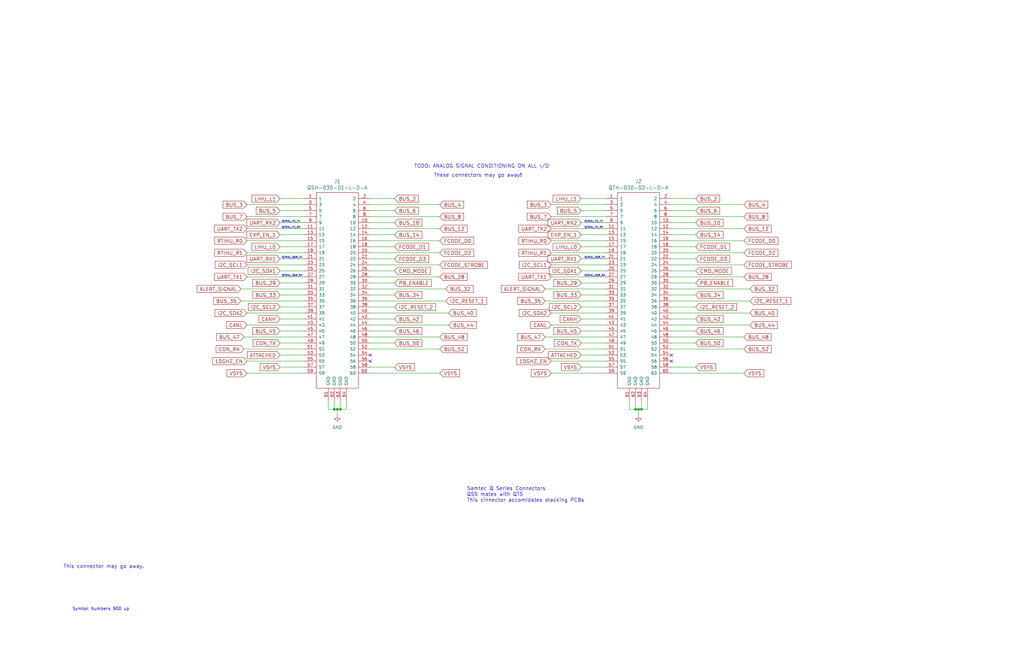
<source format=kicad_sch>
(kicad_sch (version 20230121) (generator eeschema)
  (paper "USLedger")
  (title_block (title "Radiation Tolerant Internal Housekeeping Unit (IHU)") (date "2023-02-16") (rev "A") (company "AMSAT-NA") (comment 1 "N5BRG"))
  (lib_symbols
    (symbol "PACSAT_DEV_misc:QSH-030-01-L-D-A" (pin_names (offset 1.016))
      (property "Reference" "J991" (at 0 44.1198 0))
      (property "Value" "QSH-030-01-L-D-A" (at 0 41.4274 0))
      (symbol "QSH-030-01-L-D-A_0_1"
        (rectangle (start -8.89 39.37) (end 8.89 -43.18))
      )
      (symbol "QSH-030-01-L-D-A_1_1"
        (pin passive line (at -13.97 36.83 0) (length 5.08) (name "1") (number "1"))
        (pin passive line (at 13.97 26.67 180) (length 5.08) (name "10") (number "10"))
        (pin passive line (at -13.97 24.13 0) (length 5.08) (name "11") (number "11"))
        (pin passive line (at 13.97 24.13 180) (length 5.08) (name "12") (number "12"))
        (pin passive line (at -13.97 21.59 0) (length 5.08) (name "13") (number "13"))
        (pin passive line (at 13.97 21.59 180) (length 5.08) (name "14") (number "14"))
        (pin passive line (at -13.97 19.05 0) (length 5.08) (name "15") (number "15"))
        (pin passive line (at 13.97 19.05 180) (length 5.08) (name "16") (number "16"))
        (pin passive line (at -13.97 16.51 0) (length 5.08) (name "17") (number "17"))
        (pin passive line (at 13.97 16.51 180) (length 5.08) (name "18") (number "18"))
        (pin passive line (at -13.97 13.97 0) (length 5.08) (name "19") (number "19"))
        (pin passive line (at 13.97 36.83 180) (length 5.08) (name "2") (number "2"))
        (pin passive line (at 13.97 13.97 180) (length 5.08) (name "20") (number "20"))
        (pin passive line (at -13.97 11.43 0) (length 5.08) (name "21") (number "21"))
        (pin passive line (at 13.97 11.43 180) (length 5.08) (name "22") (number "22"))
        (pin passive line (at -13.97 8.89 0) (length 5.08) (name "23") (number "23"))
        (pin passive line (at 13.97 8.89 180) (length 5.08) (name "24") (number "24"))
        (pin passive line (at -13.97 6.35 0) (length 5.08) (name "25") (number "25"))
        (pin passive line (at 13.97 6.35 180) (length 5.08) (name "26") (number "26"))
        (pin passive line (at -13.97 3.81 0) (length 5.08) (name "27") (number "27"))
        (pin passive line (at 13.97 3.81 180) (length 5.08) (name "28") (number "28"))
        (pin passive line (at -13.97 1.27 0) (length 5.08) (name "29") (number "29"))
        (pin passive line (at -13.97 34.29 0) (length 5.08) (name "3") (number "3"))
        (pin passive line (at 13.97 1.27 180) (length 5.08) (name "30") (number "30"))
        (pin passive line (at -13.97 -1.27 0) (length 5.08) (name "31") (number "31"))
        (pin passive line (at 13.97 -1.27 180) (length 5.08) (name "32") (number "32"))
        (pin passive line (at -13.97 -3.81 0) (length 5.08) (name "33") (number "33"))
        (pin passive line (at 13.97 -3.81 180) (length 5.08) (name "34") (number "34"))
        (pin passive line (at -13.97 -6.35 0) (length 5.08) (name "35") (number "35"))
        (pin passive line (at 13.97 -6.35 180) (length 5.08) (name "36") (number "36"))
        (pin passive line (at -13.97 -8.89 0) (length 5.08) (name "37") (number "37"))
        (pin passive line (at 13.97 -8.89 180) (length 5.08) (name "38") (number "38"))
        (pin passive line (at -13.97 -11.43 0) (length 5.08) (name "39") (number "39"))
        (pin passive line (at 13.97 34.29 180) (length 5.08) (name "4") (number "4"))
        (pin passive line (at 13.97 -11.43 180) (length 5.08) (name "40") (number "40"))
        (pin passive line (at -13.97 -13.97 0) (length 5.08) (name "41") (number "41"))
        (pin passive line (at 13.97 -13.97 180) (length 5.08) (name "42") (number "42"))
        (pin passive line (at -13.97 -16.51 0) (length 5.08) (name "43") (number "43"))
        (pin passive line (at 13.97 -16.51 180) (length 5.08) (name "44") (number "44"))
        (pin passive line (at -13.97 -19.05 0) (length 5.08) (name "45") (number "45"))
        (pin passive line (at 13.97 -19.05 180) (length 5.08) (name "46") (number "46"))
        (pin passive line (at -13.97 -21.59 0) (length 5.08) (name "47") (number "47"))
        (pin passive line (at 13.97 -21.59 180) (length 5.08) (name "48") (number "48"))
        (pin passive line (at -13.97 -24.13 0) (length 5.08) (name "49") (number "49"))
        (pin passive line (at -13.97 31.75 0) (length 5.08) (name "5") (number "5"))
        (pin passive line (at 13.97 -24.13 180) (length 5.08) (name "50") (number "50"))
        (pin passive line (at -13.97 -26.67 0) (length 5.08) (name "51") (number "51"))
        (pin passive line (at 13.97 -26.67 180) (length 5.08) (name "52") (number "52"))
        (pin passive line (at -13.97 -29.21 0) (length 5.08) (name "53") (number "53"))
        (pin passive line (at 13.97 -29.21 180) (length 5.08) (name "54") (number "54"))
        (pin passive line (at -13.97 -31.75 0) (length 5.08) (name "55") (number "55"))
        (pin passive line (at 13.97 -31.75 180) (length 5.08) (name "56") (number "56"))
        (pin passive line (at -13.97 -34.29 0) (length 5.08) (name "57") (number "57"))
        (pin passive line (at 13.97 -34.29 180) (length 5.08) (name "58") (number "58"))
        (pin passive line (at -13.97 -36.83 0) (length 5.08) (name "59") (number "59"))
        (pin passive line (at 13.97 31.75 180) (length 5.08) (name "6") (number "6"))
        (pin passive line (at 13.97 -36.83 180) (length 5.08) (name "60") (number "60"))
        (pin power_in line (at -3.81 -48.26 90) (length 5.08) (name "GND") (number "61"))
        (pin power_in line (at -1.27 -48.26 90) (length 5.08) (name "GND") (number "62"))
        (pin power_in line (at 1.27 -48.26 90) (length 5.08) (name "GND") (number "63"))
        (pin power_in line (at 3.81 -48.26 90) (length 5.08) (name "GND") (number "64"))
        (pin passive line (at -13.97 29.21 0) (length 5.08) (name "7") (number "7"))
        (pin passive line (at 13.97 29.21 180) (length 5.08) (name "8") (number "8"))
        (pin passive line (at -13.97 26.67 0) (length 5.08) (name "9") (number "9"))
      )
    )
    (symbol "power:GND" (power) (pin_names (offset 0))
      (property "Value" "GND" (at 0 -3.81 0))
      (symbol "GND_0_1"
        (polyline (pts (xy 0 0) (xy 0 -1.27) (xy 1.27 -1.27) (xy 0 -2.54) (xy -1.27 -1.27) (xy 0 -1.27)))
      )
      (symbol "GND_1_1"
        (pin power_in line (at 0 0 270) (length 0) hide (name "GND") (number "1"))
      )
    )
  )
  (junction (at 270.51 172.72))
  (junction (at 267.97 172.72))
  (junction (at 143.51 172.72))
  (junction (at 140.97 172.72))
  (junction (at 142.24 172.72))
  (junction (at 269.24 172.72))
  (no_connect (at 283.21 152.4))
  (no_connect (at 156.21 149.86))
  (no_connect (at 156.21 152.4))
  (no_connect (at 283.21 149.86))
  (wire (pts (xy 156.21 134.62) (xy 166.37 134.62)))
  (wire (pts (xy 313.69 142.24) (xy 283.21 142.24)))
  (wire (pts (xy 313.69 106.68) (xy 283.21 106.68)))
  (wire (pts (xy 316.23 137.16) (xy 283.21 137.16)))
  (wire (pts (xy 283.21 129.54) (xy 293.37 129.54)))
  (wire (pts (xy 232.41 86.36) (xy 255.27 86.36)))
  (wire (pts (xy 156.21 124.46) (xy 166.37 124.46)))
  (wire (pts (xy 104.14 106.68) (xy 128.27 106.68)))
  (wire (pts (xy 128.27 139.7) (xy 118.11 139.7)))
  (wire (pts (xy 185.42 86.36) (xy 156.21 86.36)))
  (wire (pts (xy 101.6 121.92) (xy 128.27 121.92)))
  (wire (pts (xy 140.97 172.72) (xy 142.24 172.72)))
  (wire (pts (xy 255.27 83.82) (xy 245.11 83.82)))
  (wire (pts (xy 104.14 91.44) (xy 128.27 91.44)))
  (wire (pts (xy 128.27 93.98) (xy 118.11 93.98)))
  (wire (pts (xy 255.27 124.46) (xy 245.11 124.46)))
  (wire (pts (xy 104.14 86.36) (xy 128.27 86.36)))
  (wire (pts (xy 255.27 149.86) (xy 245.11 149.86)))
  (wire (pts (xy 146.05 172.72) (xy 146.05 168.91)))
  (wire (pts (xy 283.21 83.82) (xy 293.37 83.82)))
  (wire (pts (xy 185.42 142.24) (xy 156.21 142.24)))
  (wire (pts (xy 245.11 154.94) (xy 255.27 154.94)))
  (wire (pts (xy 185.42 157.48) (xy 156.21 157.48)))
  (wire (pts (xy 185.42 111.76) (xy 156.21 111.76)))
  (wire (pts (xy 142.24 172.72) (xy 142.24 175.26)))
  (wire (pts (xy 232.41 137.16) (xy 255.27 137.16)))
  (wire (pts (xy 255.27 104.14) (xy 245.11 104.14)))
  (wire (pts (xy 138.43 168.91) (xy 138.43 172.72)))
  (wire (pts (xy 255.27 99.06) (xy 245.11 99.06)))
  (wire (pts (xy 189.23 132.08) (xy 156.21 132.08)))
  (wire (pts (xy 313.69 96.52) (xy 283.21 96.52)))
  (wire (pts (xy 293.37 154.94) (xy 283.21 154.94)))
  (wire (pts (xy 232.41 116.84) (xy 255.27 116.84)))
  (wire (pts (xy 128.27 149.86) (xy 118.11 149.86)))
  (wire (pts (xy 232.41 152.4) (xy 255.27 152.4)))
  (wire (pts (xy 232.41 111.76) (xy 255.27 111.76)))
  (wire (pts (xy 166.37 144.78) (xy 156.21 144.78)))
  (wire (pts (xy 313.69 147.32) (xy 283.21 147.32)))
  (wire (pts (xy 245.11 144.78) (xy 255.27 144.78)))
  (wire (pts (xy 156.21 88.9) (xy 166.37 88.9)))
  (wire (pts (xy 156.21 109.22) (xy 166.37 109.22)))
  (wire (pts (xy 313.69 86.36) (xy 283.21 86.36)))
  (wire (pts (xy 229.87 127) (xy 255.27 127)))
  (wire (pts (xy 255.27 88.9) (xy 245.11 88.9)))
  (wire (pts (xy 265.43 168.91) (xy 265.43 172.72)))
  (wire (pts (xy 229.87 147.32) (xy 255.27 147.32)))
  (wire (pts (xy 143.51 172.72) (xy 146.05 172.72)))
  (wire (pts (xy 128.27 83.82) (xy 118.11 83.82)))
  (wire (pts (xy 316.23 127) (xy 283.21 127)))
  (wire (pts (xy 185.42 91.44) (xy 156.21 91.44)))
  (wire (pts (xy 128.27 88.9) (xy 118.11 88.9)))
  (wire (pts (xy 232.41 157.48) (xy 255.27 157.48)))
  (wire (pts (xy 255.27 129.54) (xy 245.11 129.54)))
  (wire (pts (xy 185.42 106.68) (xy 156.21 106.68)))
  (wire (pts (xy 156.21 119.38) (xy 166.37 119.38)))
  (wire (pts (xy 102.87 142.24) (xy 128.27 142.24)))
  (wire (pts (xy 104.14 101.6) (xy 128.27 101.6)))
  (wire (pts (xy 128.27 129.54) (xy 118.11 129.54)))
  (wire (pts (xy 187.96 121.92) (xy 156.21 121.92)))
  (wire (pts (xy 313.69 116.84) (xy 283.21 116.84)))
  (wire (pts (xy 185.42 101.6) (xy 156.21 101.6)))
  (wire (pts (xy 316.23 132.08) (xy 283.21 132.08)))
  (wire (pts (xy 104.14 116.84) (xy 128.27 116.84)))
  (wire (pts (xy 128.27 104.14) (xy 118.11 104.14)))
  (wire (pts (xy 142.24 172.72) (xy 143.51 172.72)))
  (wire (pts (xy 166.37 154.94) (xy 156.21 154.94)))
  (wire (pts (xy 156.21 139.7) (xy 166.37 139.7)))
  (wire (pts (xy 104.14 137.16) (xy 128.27 137.16)))
  (wire (pts (xy 104.14 157.48) (xy 128.27 157.48)))
  (wire (pts (xy 255.27 93.98) (xy 245.11 93.98)))
  (wire (pts (xy 283.21 139.7) (xy 293.37 139.7)))
  (wire (pts (xy 255.27 139.7) (xy 245.11 139.7)))
  (wire (pts (xy 255.27 114.3) (xy 245.11 114.3)))
  (wire (pts (xy 185.42 147.32) (xy 156.21 147.32)))
  (wire (pts (xy 232.41 106.68) (xy 255.27 106.68)))
  (wire (pts (xy 267.97 172.72) (xy 269.24 172.72)))
  (wire (pts (xy 283.21 114.3) (xy 293.37 114.3)))
  (wire (pts (xy 128.27 99.06) (xy 118.11 99.06)))
  (wire (pts (xy 104.14 152.4) (xy 128.27 152.4)))
  (wire (pts (xy 156.21 99.06) (xy 166.37 99.06)))
  (wire (pts (xy 156.21 83.82) (xy 166.37 83.82)))
  (wire (pts (xy 273.05 172.72) (xy 273.05 168.91)))
  (wire (pts (xy 128.27 109.22) (xy 118.11 109.22)))
  (wire (pts (xy 267.97 168.91) (xy 267.97 172.72)))
  (wire (pts (xy 104.14 132.08) (xy 128.27 132.08)))
  (wire (pts (xy 118.11 144.78) (xy 128.27 144.78)))
  (wire (pts (xy 232.41 91.44) (xy 255.27 91.44)))
  (wire (pts (xy 283.21 109.22) (xy 293.37 109.22)))
  (wire (pts (xy 156.21 129.54) (xy 166.37 129.54)))
  (wire (pts (xy 185.42 96.52) (xy 156.21 96.52)))
  (wire (pts (xy 138.43 172.72) (xy 140.97 172.72)))
  (wire (pts (xy 104.14 111.76) (xy 128.27 111.76)))
  (wire (pts (xy 128.27 124.46) (xy 118.11 124.46)))
  (wire (pts (xy 283.21 124.46) (xy 293.37 124.46)))
  (wire (pts (xy 156.21 93.98) (xy 166.37 93.98)))
  (wire (pts (xy 156.21 114.3) (xy 166.37 114.3)))
  (wire (pts (xy 232.41 132.08) (xy 255.27 132.08)))
  (wire (pts (xy 104.14 96.52) (xy 128.27 96.52)))
  (wire (pts (xy 293.37 144.78) (xy 283.21 144.78)))
  (wire (pts (xy 229.87 121.92) (xy 255.27 121.92)))
  (wire (pts (xy 313.69 101.6) (xy 283.21 101.6)))
  (wire (pts (xy 140.97 168.91) (xy 140.97 172.72)))
  (wire (pts (xy 270.51 172.72) (xy 273.05 172.72)))
  (wire (pts (xy 283.21 88.9) (xy 293.37 88.9)))
  (wire (pts (xy 283.21 104.14) (xy 293.37 104.14)))
  (wire (pts (xy 269.24 172.72) (xy 269.24 175.26)))
  (wire (pts (xy 313.69 91.44) (xy 283.21 91.44)))
  (wire (pts (xy 255.27 109.22) (xy 245.11 109.22)))
  (wire (pts (xy 313.69 111.76) (xy 283.21 111.76)))
  (wire (pts (xy 283.21 93.98) (xy 293.37 93.98)))
  (wire (pts (xy 232.41 96.52) (xy 255.27 96.52)))
  (wire (pts (xy 143.51 172.72) (xy 143.51 168.91)))
  (wire (pts (xy 283.21 119.38) (xy 293.37 119.38)))
  (wire (pts (xy 313.69 157.48) (xy 283.21 157.48)))
  (wire (pts (xy 118.11 154.94) (xy 128.27 154.94)))
  (wire (pts (xy 185.42 116.84) (xy 156.21 116.84)))
  (wire (pts (xy 283.21 99.06) (xy 293.37 99.06)))
  (wire (pts (xy 101.6 127) (xy 128.27 127)))
  (wire (pts (xy 316.23 121.92) (xy 283.21 121.92)))
  (wire (pts (xy 128.27 114.3) (xy 118.11 114.3)))
  (wire (pts (xy 269.24 172.72) (xy 270.51 172.72)))
  (wire (pts (xy 283.21 134.62) (xy 293.37 134.62)))
  (wire (pts (xy 232.41 101.6) (xy 255.27 101.6)))
  (wire (pts (xy 128.27 134.62) (xy 118.11 134.62)))
  (wire (pts (xy 255.27 134.62) (xy 245.11 134.62)))
  (wire (pts (xy 187.96 127) (xy 156.21 127)))
  (wire (pts (xy 128.27 119.38) (xy 118.11 119.38)))
  (wire (pts (xy 270.51 172.72) (xy 270.51 168.91)))
  (wire (pts (xy 102.87 147.32) (xy 128.27 147.32)))
  (wire (pts (xy 156.21 104.14) (xy 166.37 104.14)))
  (wire (pts (xy 189.23 137.16) (xy 156.21 137.16)))
  (wire (pts (xy 265.43 172.72) (xy 267.97 172.72)))
  (wire (pts (xy 229.87 142.24) (xy 255.27 142.24)))
  (wire (pts (xy 255.27 119.38) (xy 245.11 119.38)))
  (text "This connector may go away." (at 26.67 240.03 0) (effects (font (size 1.524 1.524)) (justify left bottom)))
  (text "SERIAL_FC_TX" (at 246.38 93.98 0) (effects (font (size 0.762 0.762)) (justify left bottom)))
  (text "Samtec Q Series Connectors\nQSS mates with QTS\nThis cinnector accomidates stacking PCBs" (at 196.85 212.09 0) (effects (font (size 1.524 1.524)) (justify left bottom)))
  (text "These connectors may go away!" (at 182.88 74.93 0) (effects (font (size 1.524 1.524)) (justify left bottom)))
  (text "SERIAL_SDR_RX" (at 118.745 116.84 0) (effects (font (size 0.762 0.762)) (justify left bottom)))
  (text "SERIAL_FC_TX" (at 118.745 93.98 0) (effects (font (size 0.762 0.762)) (justify left bottom)))
  (text "SERIAL_SDR_RX" (at 246.38 116.84 0) (effects (font (size 0.762 0.762)) (justify left bottom)))
  (text "SERIAL_FC_RX" (at 118.745 96.52 0) (effects (font (size 0.762 0.762)) (justify left bottom)))
  (text "SERIAL_SDR_TX" (at 246.38 109.22 0) (effects (font (size 0.762 0.762)) (justify left bottom)))
  (text "TODO: ANALOG SIGNAL CONDITIONING ON ALL I/O" (at 174.625 71.12 0) (effects (font (size 1.524 1.524)) (justify left bottom)))
  (text "Symbol Numbers 900 up" (at 30.48 257.81 0) (effects (font (size 1.27 1.27)) (justify left bottom)))
  (text "SERIAL_SDR_TX" (at 118.745 109.22 0) (effects (font (size 0.762 0.762)) (justify left bottom)))
  (text "SERIAL_FC_RX" (at 246.38 96.52 0) (effects (font (size 0.762 0.762)) (justify left bottom)))
  (global_label "I2C_SDA2" (shape input) (at 104.14 132.08 180) (effects (font (size 1.524 1.524))) (property "Intersheetrefs" "${INTERSHEET_REFS}" (effects hide)))
  (global_label "UART_RX2" (shape input) (at 118.11 93.98 180) (effects (font (size 1.524 1.524))) (property "Intersheetrefs" "${INTERSHEET_REFS}" (effects hide)))
  (global_label "BUS_42" (shape input) (at 293.37 134.62 0) (effects (font (size 1.524 1.524))) (property "Intersheetrefs" "${INTERSHEET_REFS}" (effects hide)))
  (global_label "FCODE_D0" (shape input) (at 313.69 101.6 0) (effects (font (size 1.524 1.524))) (property "Intersheetrefs" "${INTERSHEET_REFS}" (effects hide)))
  (global_label "BUS_14" (shape input) (at 166.37 99.06 0) (effects (font (size 1.524 1.524))) (property "Intersheetrefs" "${INTERSHEET_REFS}" (effects hide)))
  (global_label "I2C_SDA1" (shape input) (at 245.11 114.3 180) (effects (font (size 1.524 1.524))) (property "Intersheetrefs" "${INTERSHEET_REFS}" (effects hide)))
  (global_label "CMD_MODE" (shape input) (at 293.37 114.3 0) (effects (font (size 1.524 1.524))) (property "Intersheetrefs" "${INTERSHEET_REFS}" (effects hide)))
  (global_label "FCODE_D1" (shape input) (at 166.37 104.14 0) (effects (font (size 1.524 1.524))) (property "Intersheetrefs" "${INTERSHEET_REFS}" (effects hide)))
  (global_label "BUS_2" (shape input) (at 293.37 83.82 0) (effects (font (size 1.524 1.524))) (property "Intersheetrefs" "${INTERSHEET_REFS}" (effects hide)))
  (global_label "I2C_RESET_1" (shape input) (at 187.96 127 0) (effects (font (size 1.524 1.524))) (property "Intersheetrefs" "${INTERSHEET_REFS}" (effects hide)))
  (global_label "LIHU_L0" (shape input) (at 118.11 104.14 180) (effects (font (size 1.524 1.524))) (property "Intersheetrefs" "${INTERSHEET_REFS}" (effects hide)))
  (global_label "EXP_EN_1" (shape input) (at 245.11 99.06 180) (effects (font (size 1.524 1.524))) (property "Intersheetrefs" "${INTERSHEET_REFS}" (effects hide)))
  (global_label "VSYS" (shape input) (at 313.69 157.48 0) (effects (font (size 1.524 1.524))) (property "Intersheetrefs" "${INTERSHEET_REFS}" (effects hide)))
  (global_label "ATTACHED" (shape input) (at 118.11 149.86 180) (effects (font (size 1.524 1.524))) (property "Intersheetrefs" "${INTERSHEET_REFS}" (effects hide)))
  (global_label "BUS_5" (shape input) (at 245.11 88.9 180) (effects (font (size 1.524 1.524))) (property "Intersheetrefs" "${INTERSHEET_REFS}" (effects hide)))
  (global_label "UART_TX1" (shape input) (at 232.41 116.84 180) (effects (font (size 1.524 1.524))) (property "Intersheetrefs" "${INTERSHEET_REFS}" (effects hide)))
  (global_label "BUS_7" (shape input) (at 104.14 91.44 180) (effects (font (size 1.524 1.524))) (property "Intersheetrefs" "${INTERSHEET_REFS}" (effects hide)))
  (global_label "BUS_47" (shape input) (at 229.87 142.24 180) (effects (font (size 1.524 1.524))) (property "Intersheetrefs" "${INTERSHEET_REFS}" (effects hide)))
  (global_label "CANH" (shape input) (at 118.11 134.62 180) (effects (font (size 1.524 1.524))) (property "Intersheetrefs" "${INTERSHEET_REFS}" (effects hide)))
  (global_label "BUS_8" (shape input) (at 185.42 91.44 0) (effects (font (size 1.524 1.524))) (property "Intersheetrefs" "${INTERSHEET_REFS}" (effects hide)))
  (global_label "RTIHU_R1" (shape input) (at 232.41 106.68 180) (effects (font (size 1.524 1.524))) (property "Intersheetrefs" "${INTERSHEET_REFS}" (effects hide)))
  (global_label "FCODE_STROBE" (shape input) (at 185.42 111.76 0) (effects (font (size 1.524 1.524))) (property "Intersheetrefs" "${INTERSHEET_REFS}" (effects hide)))
  (global_label "LIHU_L1" (shape input) (at 118.11 83.82 180) (effects (font (size 1.524 1.524))) (property "Intersheetrefs" "${INTERSHEET_REFS}" (effects hide)))
  (global_label "FCODE_D3" (shape input) (at 166.37 109.22 0) (effects (font (size 1.524 1.524))) (property "Intersheetrefs" "${INTERSHEET_REFS}" (effects hide)))
  (global_label "CANL" (shape input) (at 104.14 137.16 180) (effects (font (size 1.524 1.524))) (property "Intersheetrefs" "${INTERSHEET_REFS}" (effects hide)))
  (global_label "BUS_34" (shape input) (at 293.37 124.46 0) (effects (font (size 1.524 1.524))) (property "Intersheetrefs" "${INTERSHEET_REFS}" (effects hide)))
  (global_label "LIHU_L0" (shape input) (at 245.11 104.14 180) (effects (font (size 1.524 1.524))) (property "Intersheetrefs" "${INTERSHEET_REFS}" (effects hide)))
  (global_label "BUS_46" (shape input) (at 166.37 139.7 0) (effects (font (size 1.524 1.524))) (property "Intersheetrefs" "${INTERSHEET_REFS}" (effects hide)))
  (global_label "CON_TX" (shape input) (at 118.11 144.78 180) (effects (font (size 1.524 1.524))) (property "Intersheetrefs" "${INTERSHEET_REFS}" (effects hide)))
  (global_label "CON_RX" (shape input) (at 229.87 147.32 180) (effects (font (size 1.524 1.524))) (property "Intersheetrefs" "${INTERSHEET_REFS}" (effects hide)))
  (global_label "BUS_44" (shape input) (at 316.23 137.16 0) (effects (font (size 1.524 1.524))) (property "Intersheetrefs" "${INTERSHEET_REFS}" (effects hide)))
  (global_label "BUS_50" (shape input) (at 293.37 144.78 0) (effects (font (size 1.524 1.524))) (property "Intersheetrefs" "${INTERSHEET_REFS}" (effects hide)))
  (global_label "UART_TX2" (shape input) (at 232.41 96.52 180) (effects (font (size 1.524 1.524))) (property "Intersheetrefs" "${INTERSHEET_REFS}" (effects hide)))
  (global_label "BUS_45" (shape input) (at 245.11 139.7 180) (effects (font (size 1.524 1.524))) (property "Intersheetrefs" "${INTERSHEET_REFS}" (effects hide)))
  (global_label "ALERT_SIGNAL" (shape input) (at 229.87 121.92 180) (effects (font (size 1.524 1.524))) (property "Intersheetrefs" "${INTERSHEET_REFS}" (effects hide)))
  (global_label "BUS_12" (shape input) (at 313.69 96.52 0) (effects (font (size 1.524 1.524))) (property "Intersheetrefs" "${INTERSHEET_REFS}" (effects hide)))
  (global_label "BUS_33" (shape input) (at 245.11 124.46 180) (effects (font (size 1.524 1.524))) (property "Intersheetrefs" "${INTERSHEET_REFS}" (effects hide)))
  (global_label "BUS_6" (shape input) (at 166.37 88.9 0) (effects (font (size 1.524 1.524))) (property "Intersheetrefs" "${INTERSHEET_REFS}" (effects hide)))
  (global_label "BUS_45" (shape input) (at 118.11 139.7 180) (effects (font (size 1.524 1.524))) (property "Intersheetrefs" "${INTERSHEET_REFS}" (effects hide)))
  (global_label "CANL" (shape input) (at 232.41 137.16 180) (effects (font (size 1.524 1.524))) (property "Intersheetrefs" "${INTERSHEET_REFS}" (effects hide)))
  (global_label "BUS_50" (shape input) (at 166.37 144.78 0) (effects (font (size 1.524 1.524))) (property "Intersheetrefs" "${INTERSHEET_REFS}" (effects hide)))
  (global_label "CMD_MODE" (shape input) (at 166.37 114.3 0) (effects (font (size 1.524 1.524))) (property "Intersheetrefs" "${INTERSHEET_REFS}" (effects hide)))
  (global_label "BUS_10" (shape input) (at 166.37 93.98 0) (effects (font (size 1.524 1.524))) (property "Intersheetrefs" "${INTERSHEET_REFS}" (effects hide)))
  (global_label "BUS_35" (shape input) (at 229.87 127 180) (effects (font (size 1.524 1.524))) (property "Intersheetrefs" "${INTERSHEET_REFS}" (effects hide)))
  (global_label "UART_RX1" (shape input) (at 118.11 109.22 180) (effects (font (size 1.524 1.524))) (property "Intersheetrefs" "${INTERSHEET_REFS}" (effects hide)))
  (global_label "ALERT_SIGNAL" (shape input) (at 101.6 121.92 180) (effects (font (size 1.524 1.524))) (property "Intersheetrefs" "${INTERSHEET_REFS}" (effects hide)))
  (global_label "BUS_4" (shape input) (at 313.69 86.36 0) (effects (font (size 1.524 1.524))) (property "Intersheetrefs" "${INTERSHEET_REFS}" (effects hide)))
  (global_label "BUS_3" (shape input) (at 104.14 86.36 180) (effects (font (size 1.524 1.524))) (property "Intersheetrefs" "${INTERSHEET_REFS}" (effects hide)))
  (global_label "LIHU_L1" (shape input) (at 245.11 83.82 180) (effects (font (size 1.524 1.524))) (property "Intersheetrefs" "${INTERSHEET_REFS}" (effects hide)))
  (global_label "RTIHU_R0" (shape input) (at 104.14 101.6 180) (effects (font (size 1.524 1.524))) (property "Intersheetrefs" "${INTERSHEET_REFS}" (effects hide)))
  (global_label "BUS_40" (shape input) (at 316.23 132.08 0) (effects (font (size 1.524 1.524))) (property "Intersheetrefs" "${INTERSHEET_REFS}" (effects hide)))
  (global_label "RTIHU_R0" (shape input) (at 232.41 101.6 180) (effects (font (size 1.524 1.524))) (property "Intersheetrefs" "${INTERSHEET_REFS}" (effects hide)))
  (global_label "BUS_52" (shape input) (at 313.69 147.32 0) (effects (font (size 1.524 1.524))) (property "Intersheetrefs" "${INTERSHEET_REFS}" (effects hide)))
  (global_label "BUS_48" (shape input) (at 313.69 142.24 0) (effects (font (size 1.524 1.524))) (property "Intersheetrefs" "${INTERSHEET_REFS}" (effects hide)))
  (global_label "10GHZ_EN" (shape input) (at 232.41 152.4 180) (effects (font (size 1.524 1.524))) (property "Intersheetrefs" "${INTERSHEET_REFS}" (effects hide)))
  (global_label "FCODE_D2" (shape input) (at 313.69 106.68 0) (effects (font (size 1.524 1.524))) (property "Intersheetrefs" "${INTERSHEET_REFS}" (effects hide)))
  (global_label "BUS_44" (shape input) (at 189.23 137.16 0) (effects (font (size 1.524 1.524))) (property "Intersheetrefs" "${INTERSHEET_REFS}" (effects hide)))
  (global_label "BUS_42" (shape input) (at 166.37 134.62 0) (effects (font (size 1.524 1.524))) (property "Intersheetrefs" "${INTERSHEET_REFS}" (effects hide)))
  (global_label "PB_ENABLE" (shape input) (at 293.37 119.38 0) (effects (font (size 1.524 1.524))) (property "Intersheetrefs" "${INTERSHEET_REFS}" (effects hide)))
  (global_label "PB_ENABLE" (shape input) (at 166.37 119.38 0) (effects (font (size 1.524 1.524))) (property "Intersheetrefs" "${INTERSHEET_REFS}" (effects hide)))
  (global_label "FCODE_D3" (shape input) (at 293.37 109.22 0) (effects (font (size 1.524 1.524))) (property "Intersheetrefs" "${INTERSHEET_REFS}" (effects hide)))
  (global_label "VSYS" (shape input) (at 245.11 154.94 180) (effects (font (size 1.524 1.524))) (property "Intersheetrefs" "${INTERSHEET_REFS}" (effects hide)))
  (global_label "UART_RX2" (shape input) (at 245.11 93.98 180) (effects (font (size 1.524 1.524))) (property "Intersheetrefs" "${INTERSHEET_REFS}" (effects hide)))
  (global_label "BUS_14" (shape input) (at 293.37 99.06 0) (effects (font (size 1.524 1.524))) (property "Intersheetrefs" "${INTERSHEET_REFS}" (effects hide)))
  (global_label "BUS_28" (shape input) (at 313.69 116.84 0) (effects (font (size 1.524 1.524))) (property "Intersheetrefs" "${INTERSHEET_REFS}" (effects hide)))
  (global_label "BUS_29" (shape input) (at 245.11 119.38 180) (effects (font (size 1.524 1.524))) (property "Intersheetrefs" "${INTERSHEET_REFS}" (effects hide)))
  (global_label "BUS_32" (shape input) (at 187.96 121.92 0) (effects (font (size 1.524 1.524))) (property "Intersheetrefs" "${INTERSHEET_REFS}" (effects hide)))
  (global_label "FCODE_D2" (shape input) (at 185.42 106.68 0) (effects (font (size 1.524 1.524))) (property "Intersheetrefs" "${INTERSHEET_REFS}" (effects hide)))
  (global_label "I2C_SDA2" (shape input) (at 232.41 132.08 180) (effects (font (size 1.524 1.524))) (property "Intersheetrefs" "${INTERSHEET_REFS}" (effects hide)))
  (global_label "CANH" (shape input) (at 245.11 134.62 180) (effects (font (size 1.524 1.524))) (property "Intersheetrefs" "${INTERSHEET_REFS}" (effects hide)))
  (global_label "10GHZ_EN" (shape input) (at 104.14 152.4 180) (effects (font (size 1.524 1.524))) (property "Intersheetrefs" "${INTERSHEET_REFS}" (effects hide)))
  (global_label "VSYS" (shape input) (at 118.11 154.94 180) (effects (font (size 1.524 1.524))) (property "Intersheetrefs" "${INTERSHEET_REFS}" (effects hide)))
  (global_label "UART_RX1" (shape input) (at 245.11 109.22 180) (effects (font (size 1.524 1.524))) (property "Intersheetrefs" "${INTERSHEET_REFS}" (effects hide)))
  (global_label "BUS_6" (shape input) (at 293.37 88.9 0) (effects (font (size 1.524 1.524))) (property "Intersheetrefs" "${INTERSHEET_REFS}" (effects hide)))
  (global_label "I2C_SCL1" (shape input) (at 232.41 111.76 180) (effects (font (size 1.524 1.524))) (property "Intersheetrefs" "${INTERSHEET_REFS}" (effects hide)))
  (global_label "BUS_7" (shape input) (at 232.41 91.44 180) (effects (font (size 1.524 1.524))) (property "Intersheetrefs" "${INTERSHEET_REFS}" (effects hide)))
  (global_label "CON_TX" (shape input) (at 245.11 144.78 180) (effects (font (size 1.524 1.524))) (property "Intersheetrefs" "${INTERSHEET_REFS}" (effects hide)))
  (global_label "BUS_32" (shape input) (at 316.23 121.92 0) (effects (font (size 1.524 1.524))) (property "Intersheetrefs" "${INTERSHEET_REFS}" (effects hide)))
  (global_label "UART_TX2" (shape input) (at 104.14 96.52 180) (effects (font (size 1.524 1.524))) (property "Intersheetrefs" "${INTERSHEET_REFS}" (effects hide)))
  (global_label "RTIHU_R1" (shape input) (at 104.14 106.68 180) (effects (font (size 1.524 1.524))) (property "Intersheetrefs" "${INTERSHEET_REFS}" (effects hide)))
  (global_label "BUS_10" (shape input) (at 293.37 93.98 0) (effects (font (size 1.524 1.524))) (property "Intersheetrefs" "${INTERSHEET_REFS}" (effects hide)))
  (global_label "BUS_35" (shape input) (at 101.6 127 180) (effects (font (size 1.524 1.524))) (property "Intersheetrefs" "${INTERSHEET_REFS}" (effects hide)))
  (global_label "BUS_8" (shape input) (at 313.69 91.44 0) (effects (font (size 1.524 1.524))) (property "Intersheetrefs" "${INTERSHEET_REFS}" (effects hide)))
  (global_label "I2C_RESET_1" (shape input) (at 316.23 127 0) (effects (font (size 1.524 1.524))) (property "Intersheetrefs" "${INTERSHEET_REFS}" (effects hide)))
  (global_label "FCODE_D0" (shape input) (at 185.42 101.6 0) (effects (font (size 1.524 1.524))) (property "Intersheetrefs" "${INTERSHEET_REFS}" (effects hide)))
  (global_label "VSYS" (shape input) (at 293.37 154.94 0) (effects (font (size 1.524 1.524))) (property "Intersheetrefs" "${INTERSHEET_REFS}" (effects hide)))
  (global_label "ATTACHED" (shape input) (at 245.11 149.86 180) (effects (font (size 1.524 1.524))) (property "Intersheetrefs" "${INTERSHEET_REFS}" (effects hide)))
  (global_label "I2C_SCL1" (shape input) (at 104.14 111.76 180) (effects (font (size 1.524 1.524))) (property "Intersheetrefs" "${INTERSHEET_REFS}" (effects hide)))
  (global_label "I2C_SCL2" (shape input) (at 245.11 129.54 180) (effects (font (size 1.524 1.524))) (property "Intersheetrefs" "${INTERSHEET_REFS}" (effects hide)))
  (global_label "BUS_33" (shape input) (at 118.11 124.46 180) (effects (font (size 1.524 1.524))) (property "Intersheetrefs" "${INTERSHEET_REFS}" (effects hide)))
  (global_label "BUS_2" (shape input) (at 166.37 83.82 0) (effects (font (size 1.524 1.524))) (property "Intersheetrefs" "${INTERSHEET_REFS}" (effects hide)))
  (global_label "BUS_29" (shape input) (at 118.11 119.38 180) (effects (font (size 1.524 1.524))) (property "Intersheetrefs" "${INTERSHEET_REFS}" (effects hide)))
  (global_label "BUS_4" (shape input) (at 185.42 86.36 0) (effects (font (size 1.524 1.524))) (property "Intersheetrefs" "${INTERSHEET_REFS}" (effects hide)))
  (global_label "BUS_3" (shape input) (at 232.41 86.36 180) (effects (font (size 1.524 1.524))) (property "Intersheetrefs" "${INTERSHEET_REFS}" (effects hide)))
  (global_label "BUS_12" (shape input) (at 185.42 96.52 0) (effects (font (size 1.524 1.524))) (property "Intersheetrefs" "${INTERSHEET_REFS}" (effects hide)))
  (global_label "BUS_40" (shape input) (at 189.23 132.08 0) (effects (font (size 1.524 1.524))) (property "Intersheetrefs" "${INTERSHEET_REFS}" (effects hide)))
  (global_label "I2C_SCL2" (shape input) (at 118.11 129.54 180) (effects (font (size 1.524 1.524))) (property "Intersheetrefs" "${INTERSHEET_REFS}" (effects hide)))
  (global_label "BUS_28" (shape input) (at 185.42 116.84 0) (effects (font (size 1.524 1.524))) (property "Intersheetrefs" "${INTERSHEET_REFS}" (effects hide)))
  (global_label "VSYS" (shape input) (at 104.14 157.48 180) (effects (font (size 1.524 1.524))) (property "Intersheetrefs" "${INTERSHEET_REFS}" (effects hide)))
  (global_label "UART_TX1" (shape input) (at 104.14 116.84 180) (effects (font (size 1.524 1.524))) (property "Intersheetrefs" "${INTERSHEET_REFS}" (effects hide)))
  (global_label "EXP_EN_1" (shape input) (at 118.11 99.06 180) (effects (font (size 1.524 1.524))) (property "Intersheetrefs" "${INTERSHEET_REFS}" (effects hide)))
  (global_label "I2C_SDA1" (shape input) (at 118.11 114.3 180) (effects (font (size 1.524 1.524))) (property "Intersheetrefs" "${INTERSHEET_REFS}" (effects hide)))
  (global_label "BUS_52" (shape input) (at 185.42 147.32 0) (effects (font (size 1.524 1.524))) (property "Intersheetrefs" "${INTERSHEET_REFS}" (effects hide)))
  (global_label "FCODE_STROBE" (shape input) (at 313.69 111.76 0) (effects (font (size 1.524 1.524))) (property "Intersheetrefs" "${INTERSHEET_REFS}" (effects hide)))
  (global_label "VSYS" (shape input) (at 166.37 154.94 0) (effects (font (size 1.524 1.524))) (property "Intersheetrefs" "${INTERSHEET_REFS}" (effects hide)))
  (global_label "BUS_46" (shape input) (at 293.37 139.7 0) (effects (font (size 1.524 1.524))) (property "Intersheetrefs" "${INTERSHEET_REFS}" (effects hide)))
  (global_label "BUS_47" (shape input) (at 102.87 142.24 180) (effects (font (size 1.524 1.524))) (property "Intersheetrefs" "${INTERSHEET_REFS}" (effects hide)))
  (global_label "I2C_RESET_2" (shape input) (at 293.37 129.54 0) (effects (font (size 1.524 1.524))) (property "Intersheetrefs" "${INTERSHEET_REFS}" (effects hide)))
  (global_label "VSYS" (shape input) (at 185.42 157.48 0) (effects (font (size 1.524 1.524))) (property "Intersheetrefs" "${INTERSHEET_REFS}" (effects hide)))
  (global_label "CON_RX" (shape input) (at 102.87 147.32 180) (effects (font (size 1.524 1.524))) (property "Intersheetrefs" "${INTERSHEET_REFS}" (effects hide)))
  (global_label "I2C_RESET_2" (shape input) (at 166.37 129.54 0) (effects (font (size 1.524 1.524))) (property "Intersheetrefs" "${INTERSHEET_REFS}" (effects hide)))
  (global_label "FCODE_D1" (shape input) (at 293.37 104.14 0) (effects (font (size 1.524 1.524))) (property "Intersheetrefs" "${INTERSHEET_REFS}" (effects hide)))
  (global_label "BUS_48" (shape input) (at 185.42 142.24 0) (effects (font (size 1.524 1.524))) (property "Intersheetrefs" "${INTERSHEET_REFS}" (effects hide)))
  (global_label "BUS_5" (shape input) (at 118.11 88.9 180) (effects (font (size 1.524 1.524))) (property "Intersheetrefs" "${INTERSHEET_REFS}" (effects hide)))
  (global_label "VSYS" (shape input) (at 232.41 157.48 180) (effects (font (size 1.524 1.524))) (property "Intersheetrefs" "${INTERSHEET_REFS}" (effects hide)))
  (global_label "BUS_34" (shape input) (at 166.37 124.46 0) (effects (font (size 1.524 1.524))) (property "Intersheetrefs" "${INTERSHEET_REFS}" (effects hide)))
  (symbol (lib_id "power:GND") (at 269.24 175.26 0) (unit 1)
    (property "Reference" "#PWR066" (effects hide))
    (property "Value" "GND" (at 269.24 180.34 0))
  )
  (symbol (lib_id "power:GND") (at 142.24 175.26 0) (unit 1)
    (property "Reference" "#PWR065" (effects hide))
    (property "Value" "GND" (at 142.24 180.34 0))
  )
  (symbol (lib_id "PACSAT_DEV_misc:QSH-030-01-L-D-A") (at 269.24 120.65 0) (unit 1)
    (property "Reference" "J2" (at 269.24 76.5302 0) (effects (font (size 1.524 1.524))))
    (property "Value" "QTH-030-02-L-D-A" (at 269.24 79.2226 0) (effects (font (size 1.524 1.524))))
    (property "Footprint" "PacSatDev_samtec:QSH-030-01-L-D-A" (effects hide))
    (instances (project "rtihu" (path "" (reference "J2") (unit 1))) (project "PACSAT_DEV_REVB" (path "" (reference "J992") (unit 1)) (path "" (reference "J994") (unit 1))))
  )
  (symbol (lib_id "PACSAT_DEV_misc:QSH-030-01-L-D-A") (at 142.24 120.65 0) (unit 1)
    (property "Reference" "J1" (at 142.24 76.5302 0) (effects (font (size 1.524 1.524))))
    (property "Value" "QSH-030-01-L-D-A" (at 142.24 79.2226 0) (effects (font (size 1.524 1.524))))
    (property "Footprint" "PacSatDev_samtec:QSH-030-01-L-D-A" (effects hide))
    (instances (project "rtihu" (path "" (reference "J1") (unit 1))) (project "PACSAT_DEV_REVB" (path "" (reference "J991") (unit 1)) (path "" (reference "J993") (unit 1))))
  )
)
</source>
